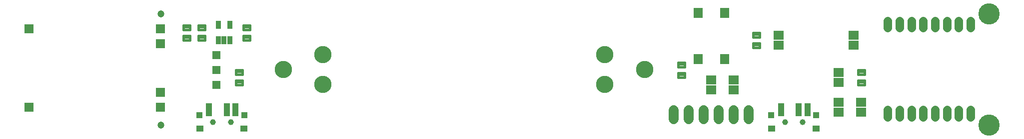
<source format=gbr>
G04 EAGLE Gerber X2 export*
%TF.Part,Single*%
%TF.FileFunction,Soldermask,Top,1*%
%TF.FilePolarity,Negative*%
%TF.GenerationSoftware,Autodesk,EAGLE,9.1.3*%
%TF.CreationDate,2019-10-04T04:58:18Z*%
G75*
%MOMM*%
%FSLAX34Y34*%
%LPD*%
%AMOC8*
5,1,8,0,0,1.08239X$1,22.5*%
G01*
%ADD10C,1.203200*%
%ADD11C,3.603200*%
%ADD12C,2.946400*%
%ADD13C,1.411200*%
%ADD14C,1.727200*%
%ADD15R,0.893200X1.403200*%
%ADD16C,0.463294*%
%ADD17R,1.003200X2.203200*%
%ADD18R,1.103200X1.003200*%
%ADD19R,1.203200X1.003200*%
%ADD20C,1.003200*%
%ADD21R,1.703200X1.503200*%
%ADD22R,1.503200X1.753200*%
%ADD23R,1.611200X1.611200*%
%ADD24R,1.473200X1.473200*%


D10*
X20000Y210000D03*
X20000Y20000D03*
D11*
X1422700Y20000D03*
X1422700Y210000D03*
D12*
X294600Y89500D03*
X227120Y114900D03*
X294600Y140300D03*
X772200Y140500D03*
X839680Y115100D03*
X772200Y89700D03*
D13*
X1251500Y46000D02*
X1251500Y33920D01*
X1271500Y33920D02*
X1271500Y46000D01*
X1291500Y46000D02*
X1291500Y33920D01*
X1311500Y33920D02*
X1311500Y46000D01*
X1331500Y46000D02*
X1331500Y33920D01*
X1351500Y33920D02*
X1351500Y46000D01*
X1371500Y46000D02*
X1371500Y33920D01*
X1391500Y33920D02*
X1391500Y46000D01*
X1251500Y186000D02*
X1251500Y198080D01*
X1271500Y198080D02*
X1271500Y186000D01*
X1291500Y186000D02*
X1291500Y198080D01*
X1311500Y198080D02*
X1311500Y186000D01*
X1331500Y186000D02*
X1331500Y198080D01*
X1351500Y198080D02*
X1351500Y186000D01*
X1371500Y186000D02*
X1371500Y198080D01*
X1391500Y198080D02*
X1391500Y186000D01*
D14*
X1016000Y45720D02*
X1016000Y30480D01*
X990600Y30480D02*
X990600Y45720D01*
X965200Y45720D02*
X965200Y30480D01*
X939800Y30480D02*
X939800Y45720D01*
X914400Y45720D02*
X914400Y30480D01*
X889000Y30480D02*
X889000Y45720D01*
D15*
X117500Y164799D03*
X127000Y164799D03*
X136500Y164799D03*
X136500Y190801D03*
X117500Y190801D03*
D16*
X94585Y172690D02*
X94585Y165130D01*
X83215Y165130D01*
X83215Y172690D01*
X94585Y172690D01*
X94585Y169531D02*
X83215Y169531D01*
X94585Y182910D02*
X94585Y190470D01*
X94585Y182910D02*
X83215Y182910D01*
X83215Y190470D01*
X94585Y190470D01*
X94585Y187311D02*
X83215Y187311D01*
X170785Y172690D02*
X170785Y165130D01*
X159415Y165130D01*
X159415Y172690D01*
X170785Y172690D01*
X170785Y169531D02*
X159415Y169531D01*
X170785Y182910D02*
X170785Y190470D01*
X170785Y182910D02*
X159415Y182910D01*
X159415Y190470D01*
X170785Y190470D01*
X170785Y187311D02*
X159415Y187311D01*
X158085Y96490D02*
X158085Y88930D01*
X146715Y88930D01*
X146715Y96490D01*
X158085Y96490D01*
X158085Y93331D02*
X146715Y93331D01*
X158085Y106710D02*
X158085Y114270D01*
X158085Y106710D02*
X146715Y106710D01*
X146715Y114270D01*
X158085Y114270D01*
X158085Y111111D02*
X146715Y111111D01*
X907385Y109190D02*
X907385Y101630D01*
X896015Y101630D01*
X896015Y109190D01*
X907385Y109190D01*
X907385Y106031D02*
X896015Y106031D01*
X907385Y119410D02*
X907385Y126970D01*
X907385Y119410D02*
X896015Y119410D01*
X896015Y126970D01*
X907385Y126970D01*
X907385Y123811D02*
X896015Y123811D01*
X69185Y165130D02*
X69185Y172690D01*
X69185Y165130D02*
X57815Y165130D01*
X57815Y172690D01*
X69185Y172690D01*
X69185Y169531D02*
X57815Y169531D01*
X69185Y182910D02*
X69185Y190470D01*
X69185Y182910D02*
X57815Y182910D01*
X57815Y190470D01*
X69185Y190470D01*
X69185Y187311D02*
X57815Y187311D01*
X1200815Y114270D02*
X1200815Y106710D01*
X1200815Y114270D02*
X1212185Y114270D01*
X1212185Y106710D01*
X1200815Y106710D01*
X1200815Y111111D02*
X1212185Y111111D01*
X1200815Y96490D02*
X1200815Y88930D01*
X1200815Y96490D02*
X1212185Y96490D01*
X1212185Y88930D01*
X1200815Y88930D01*
X1200815Y93331D02*
X1212185Y93331D01*
D17*
X131420Y46400D03*
D18*
X85190Y36650D03*
D19*
X85690Y14150D03*
D18*
X161190Y36650D03*
D19*
X160690Y14150D03*
D17*
X101420Y46400D03*
X146420Y46400D03*
D20*
X108190Y25400D03*
X138190Y25400D03*
D21*
X1066800Y156600D03*
X1066800Y173600D03*
X1193800Y156600D03*
X1193800Y173600D03*
X1168400Y93100D03*
X1168400Y110100D03*
X1206500Y42300D03*
X1206500Y59300D03*
X1168400Y42300D03*
X1168400Y59300D03*
D16*
X1023015Y170210D02*
X1023015Y177770D01*
X1034385Y177770D01*
X1034385Y170210D01*
X1023015Y170210D01*
X1023015Y174611D02*
X1034385Y174611D01*
X1023015Y159990D02*
X1023015Y152430D01*
X1023015Y159990D02*
X1034385Y159990D01*
X1034385Y152430D01*
X1023015Y152430D01*
X1023015Y156831D02*
X1034385Y156831D01*
D22*
X930000Y211750D03*
X930000Y132250D03*
X975000Y211750D03*
X975000Y132250D03*
D21*
X952500Y97400D03*
X952500Y80400D03*
X990600Y97400D03*
X990600Y80400D03*
D23*
X-203200Y184150D03*
X-203200Y50800D03*
X19050Y50800D03*
X19050Y184150D03*
X19050Y158750D03*
X19050Y76200D03*
D17*
X1100430Y46400D03*
D18*
X1054200Y36650D03*
D19*
X1054700Y14150D03*
D18*
X1130200Y36650D03*
D19*
X1129700Y14150D03*
D17*
X1070430Y46400D03*
X1115430Y46400D03*
D20*
X1077200Y25400D03*
X1107200Y25400D03*
D24*
X114300Y88900D03*
X114300Y114300D03*
X114300Y139700D03*
M02*

</source>
